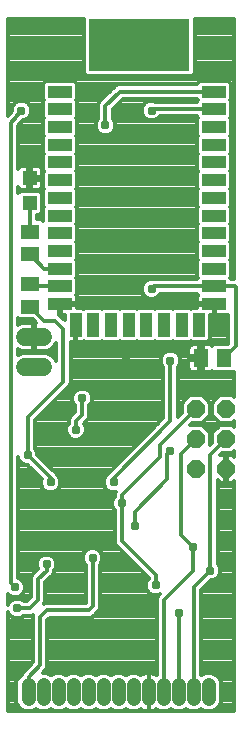
<source format=gbl>
G75*
%MOIN*%
%OFA0B0*%
%FSLAX25Y25*%
%IPPOS*%
%LPD*%
%AMOC8*
5,1,8,0,0,1.08239X$1,22.5*
%
%ADD10R,0.33600X0.17500*%
%ADD11OC8,0.06000*%
%ADD12C,0.04756*%
%ADD13C,0.06000*%
%ADD14R,0.07874X0.03937*%
%ADD15R,0.03937X0.07874*%
%ADD16R,0.05118X0.05906*%
%ADD17R,0.05906X0.05118*%
%ADD18R,0.04724X0.04724*%
%ADD19C,0.01400*%
%ADD20C,0.02900*%
%ADD21C,0.03100*%
D10*
X0065363Y0241730D03*
D11*
X0084350Y0120406D03*
X0084350Y0110406D03*
X0084350Y0100406D03*
X0094350Y0100406D03*
X0094350Y0110406D03*
X0094350Y0120406D03*
D12*
X0088559Y0028471D02*
X0088559Y0023715D01*
X0083559Y0023715D02*
X0083559Y0028471D01*
X0078559Y0028471D02*
X0078559Y0023715D01*
X0073559Y0023715D02*
X0073559Y0028471D01*
X0068559Y0028471D02*
X0068559Y0023715D01*
X0063559Y0023715D02*
X0063559Y0028471D01*
X0058559Y0028471D02*
X0058559Y0023715D01*
X0053559Y0023715D02*
X0053559Y0028471D01*
X0048559Y0028471D02*
X0048559Y0023715D01*
X0043559Y0023715D02*
X0043559Y0028471D01*
X0038559Y0028471D02*
X0038559Y0023715D01*
X0033559Y0023715D02*
X0033559Y0028471D01*
X0028559Y0028471D02*
X0028559Y0023715D01*
D13*
X0027439Y0134479D02*
X0033439Y0134479D01*
X0033439Y0144479D02*
X0027439Y0144479D01*
D14*
X0039042Y0155391D03*
X0039042Y0161297D03*
X0039042Y0167202D03*
X0039042Y0173108D03*
X0039042Y0179013D03*
X0039042Y0184919D03*
X0039042Y0190824D03*
X0039042Y0196730D03*
X0039042Y0202635D03*
X0039042Y0208541D03*
X0039042Y0214446D03*
X0039042Y0220352D03*
X0039042Y0226257D03*
X0090448Y0226257D03*
X0090448Y0220352D03*
X0090448Y0214446D03*
X0090448Y0208541D03*
X0090448Y0202635D03*
X0090448Y0196730D03*
X0090448Y0190824D03*
X0090448Y0184919D03*
X0090448Y0179013D03*
X0090448Y0173108D03*
X0090448Y0167202D03*
X0090448Y0161297D03*
X0090448Y0155391D03*
D15*
X0085448Y0148344D03*
X0079542Y0148344D03*
X0073637Y0148344D03*
X0067731Y0148344D03*
X0061826Y0148344D03*
X0055920Y0148344D03*
X0050015Y0148344D03*
X0044161Y0148344D03*
D16*
X0086054Y0137365D03*
X0093535Y0137365D03*
D17*
X0028979Y0154540D03*
X0028979Y0162020D03*
X0028909Y0172040D03*
X0028909Y0179520D03*
D18*
X0028894Y0189146D03*
X0028894Y0197414D03*
D19*
X0021617Y0052916D02*
X0021617Y0019612D01*
X0096863Y0019612D01*
X0096863Y0096273D01*
X0096296Y0095706D01*
X0094650Y0095706D01*
X0094650Y0100106D01*
X0094049Y0100106D01*
X0094049Y0095706D01*
X0092403Y0095706D01*
X0091494Y0096614D01*
X0091494Y0068776D01*
X0091850Y0068421D01*
X0092344Y0067226D01*
X0092344Y0065934D01*
X0091850Y0064739D01*
X0090935Y0063825D01*
X0089741Y0063330D01*
X0089239Y0063330D01*
X0085959Y0060050D01*
X0085959Y0031838D01*
X0086059Y0031738D01*
X0086249Y0031928D01*
X0087748Y0032549D01*
X0089370Y0032549D01*
X0090869Y0031928D01*
X0092016Y0030781D01*
X0092637Y0029282D01*
X0092637Y0022904D01*
X0092016Y0021405D01*
X0090869Y0020258D01*
X0089370Y0019637D01*
X0087748Y0019637D01*
X0086249Y0020258D01*
X0086059Y0020448D01*
X0085869Y0020258D01*
X0084370Y0019637D01*
X0082748Y0019637D01*
X0081249Y0020258D01*
X0081059Y0020448D01*
X0080869Y0020258D01*
X0079370Y0019637D01*
X0077748Y0019637D01*
X0076249Y0020258D01*
X0076059Y0020448D01*
X0075869Y0020258D01*
X0074370Y0019637D01*
X0072748Y0019637D01*
X0071249Y0020258D01*
X0071034Y0020472D01*
X0070696Y0020227D01*
X0070124Y0019935D01*
X0069514Y0019737D01*
X0068880Y0019637D01*
X0068559Y0019637D01*
X0068559Y0026092D01*
X0068559Y0026092D01*
X0068559Y0019637D01*
X0068238Y0019637D01*
X0067604Y0019737D01*
X0066994Y0019935D01*
X0066422Y0020227D01*
X0066084Y0020472D01*
X0065869Y0020258D01*
X0064370Y0019637D01*
X0062748Y0019637D01*
X0061249Y0020258D01*
X0061059Y0020448D01*
X0060869Y0020258D01*
X0059370Y0019637D01*
X0057748Y0019637D01*
X0056249Y0020258D01*
X0056059Y0020448D01*
X0055869Y0020258D01*
X0054370Y0019637D01*
X0052748Y0019637D01*
X0051249Y0020258D01*
X0051059Y0020448D01*
X0050869Y0020258D01*
X0049370Y0019637D01*
X0047748Y0019637D01*
X0046249Y0020258D01*
X0046059Y0020448D01*
X0045869Y0020258D01*
X0044370Y0019637D01*
X0042748Y0019637D01*
X0041249Y0020258D01*
X0041059Y0020448D01*
X0040869Y0020258D01*
X0039370Y0019637D01*
X0037748Y0019637D01*
X0036249Y0020258D01*
X0036059Y0020448D01*
X0035869Y0020258D01*
X0034370Y0019637D01*
X0032748Y0019637D01*
X0031249Y0020258D01*
X0031059Y0020448D01*
X0030869Y0020258D01*
X0029370Y0019637D01*
X0027748Y0019637D01*
X0026249Y0020258D01*
X0025102Y0021405D01*
X0024481Y0022904D01*
X0024481Y0029282D01*
X0025102Y0030781D01*
X0026241Y0031919D01*
X0026524Y0032604D01*
X0029994Y0036074D01*
X0029994Y0051657D01*
X0030085Y0051875D01*
X0029372Y0051580D01*
X0026891Y0051580D01*
X0026535Y0051225D01*
X0025341Y0050730D01*
X0024048Y0050730D01*
X0022853Y0051225D01*
X0021939Y0052139D01*
X0021617Y0052916D01*
X0021617Y0052671D02*
X0021719Y0052671D01*
X0021617Y0051273D02*
X0022805Y0051273D01*
X0021617Y0049874D02*
X0029994Y0049874D01*
X0029994Y0048476D02*
X0021617Y0048476D01*
X0021617Y0047077D02*
X0029994Y0047077D01*
X0029994Y0045679D02*
X0021617Y0045679D01*
X0021617Y0044280D02*
X0029994Y0044280D01*
X0029994Y0042882D02*
X0021617Y0042882D01*
X0021617Y0041483D02*
X0029994Y0041483D01*
X0029994Y0040085D02*
X0021617Y0040085D01*
X0021617Y0038686D02*
X0029994Y0038686D01*
X0029994Y0037288D02*
X0021617Y0037288D01*
X0021617Y0035889D02*
X0029809Y0035889D01*
X0028411Y0034491D02*
X0021617Y0034491D01*
X0021617Y0033092D02*
X0027012Y0033092D01*
X0026015Y0031694D02*
X0021617Y0031694D01*
X0021617Y0030295D02*
X0024901Y0030295D01*
X0024481Y0028897D02*
X0021617Y0028897D01*
X0021617Y0027498D02*
X0024481Y0027498D01*
X0024481Y0026100D02*
X0021617Y0026100D01*
X0021617Y0024701D02*
X0024481Y0024701D01*
X0024481Y0023303D02*
X0021617Y0023303D01*
X0021617Y0021904D02*
X0024895Y0021904D01*
X0026001Y0020506D02*
X0021617Y0020506D01*
X0028559Y0026093D02*
X0028559Y0031245D01*
X0032394Y0035080D01*
X0032394Y0051180D01*
X0034494Y0053280D01*
X0048494Y0053280D01*
X0049894Y0054680D01*
X0049894Y0070780D01*
X0051461Y0073649D02*
X0059031Y0073649D01*
X0058335Y0074345D02*
X0068494Y0064186D01*
X0068494Y0063876D01*
X0068139Y0063521D01*
X0067644Y0062326D01*
X0067644Y0061034D01*
X0068139Y0059839D01*
X0069053Y0058925D01*
X0070248Y0058430D01*
X0071541Y0058430D01*
X0072240Y0058720D01*
X0071524Y0058004D01*
X0071159Y0057122D01*
X0071159Y0031838D01*
X0071034Y0031713D01*
X0070696Y0031958D01*
X0070124Y0032250D01*
X0069514Y0032448D01*
X0068880Y0032549D01*
X0068559Y0032549D01*
X0068559Y0026093D01*
X0068559Y0026093D01*
X0068559Y0032549D01*
X0068238Y0032549D01*
X0067604Y0032448D01*
X0066994Y0032250D01*
X0066422Y0031958D01*
X0066084Y0031713D01*
X0065869Y0031928D01*
X0064370Y0032549D01*
X0062748Y0032549D01*
X0061249Y0031928D01*
X0061059Y0031738D01*
X0060869Y0031928D01*
X0059370Y0032549D01*
X0057748Y0032549D01*
X0056249Y0031928D01*
X0056059Y0031738D01*
X0055869Y0031928D01*
X0054370Y0032549D01*
X0052748Y0032549D01*
X0051249Y0031928D01*
X0051059Y0031738D01*
X0050869Y0031928D01*
X0049370Y0032549D01*
X0047748Y0032549D01*
X0046249Y0031928D01*
X0046059Y0031738D01*
X0045869Y0031928D01*
X0044370Y0032549D01*
X0042748Y0032549D01*
X0041249Y0031928D01*
X0041059Y0031738D01*
X0040869Y0031928D01*
X0039370Y0032549D01*
X0037748Y0032549D01*
X0036249Y0031928D01*
X0036059Y0031738D01*
X0035869Y0031928D01*
X0034370Y0032549D01*
X0033257Y0032549D01*
X0033754Y0033045D01*
X0034429Y0033721D01*
X0034794Y0034603D01*
X0034794Y0050186D01*
X0035489Y0050880D01*
X0048972Y0050880D01*
X0049854Y0051245D01*
X0050529Y0051921D01*
X0051929Y0053321D01*
X0052294Y0054203D01*
X0052294Y0068584D01*
X0052650Y0068939D01*
X0053144Y0070134D01*
X0053144Y0071426D01*
X0052650Y0072621D01*
X0051735Y0073535D01*
X0050541Y0074030D01*
X0049248Y0074030D01*
X0048053Y0073535D01*
X0047139Y0072621D01*
X0046644Y0071426D01*
X0046644Y0070134D01*
X0047139Y0068939D01*
X0047494Y0068584D01*
X0047494Y0055680D01*
X0034017Y0055680D01*
X0033799Y0055590D01*
X0034094Y0056303D01*
X0034094Y0062786D01*
X0036529Y0065221D01*
X0036894Y0066103D01*
X0036894Y0066484D01*
X0037250Y0066839D01*
X0037744Y0068034D01*
X0037744Y0069326D01*
X0037250Y0070521D01*
X0036335Y0071435D01*
X0035141Y0071930D01*
X0033848Y0071930D01*
X0032653Y0071435D01*
X0031739Y0070521D01*
X0031244Y0069326D01*
X0031244Y0068034D01*
X0031628Y0067108D01*
X0030335Y0065815D01*
X0029660Y0065140D01*
X0029294Y0064257D01*
X0029294Y0057774D01*
X0027900Y0056380D01*
X0026891Y0056380D01*
X0026535Y0056735D01*
X0025341Y0057230D01*
X0024048Y0057230D01*
X0022853Y0056735D01*
X0021939Y0055821D01*
X0021617Y0055044D01*
X0021617Y0058761D01*
X0022153Y0058225D01*
X0023348Y0057730D01*
X0024641Y0057730D01*
X0025835Y0058225D01*
X0026750Y0059139D01*
X0027244Y0060334D01*
X0027244Y0061626D01*
X0026750Y0062821D01*
X0025835Y0063735D01*
X0024994Y0064084D01*
X0024994Y0104313D01*
X0025439Y0103239D01*
X0026353Y0102325D01*
X0027548Y0101830D01*
X0028050Y0101830D01*
X0032823Y0097057D01*
X0032644Y0096626D01*
X0032644Y0095334D01*
X0033139Y0094139D01*
X0034053Y0093225D01*
X0035248Y0092730D01*
X0036541Y0092730D01*
X0037735Y0093225D01*
X0038650Y0094139D01*
X0039144Y0095334D01*
X0039144Y0096626D01*
X0038650Y0097821D01*
X0038069Y0098402D01*
X0037929Y0098740D01*
X0031444Y0105224D01*
X0031444Y0105726D01*
X0030950Y0106921D01*
X0030594Y0107276D01*
X0030594Y0116686D01*
X0041454Y0127545D01*
X0042129Y0128221D01*
X0042494Y0129103D01*
X0042494Y0142707D01*
X0043876Y0142707D01*
X0043876Y0148059D01*
X0044445Y0148059D01*
X0044445Y0142707D01*
X0046353Y0142707D01*
X0046785Y0142823D01*
X0047065Y0142984D01*
X0047342Y0142707D01*
X0052688Y0142707D01*
X0052968Y0142987D01*
X0053248Y0142707D01*
X0058593Y0142707D01*
X0058873Y0142987D01*
X0059153Y0142707D01*
X0064499Y0142707D01*
X0064779Y0142987D01*
X0065059Y0142707D01*
X0070404Y0142707D01*
X0070684Y0142987D01*
X0070964Y0142707D01*
X0076310Y0142707D01*
X0076590Y0142987D01*
X0076870Y0142707D01*
X0082215Y0142707D01*
X0082495Y0142987D01*
X0082775Y0142707D01*
X0088121Y0142707D01*
X0089116Y0143703D01*
X0089116Y0151723D01*
X0090164Y0151723D01*
X0090164Y0155107D01*
X0090732Y0155107D01*
X0090732Y0151723D01*
X0094609Y0151723D01*
X0095041Y0151838D01*
X0095094Y0151869D01*
X0095094Y0142319D01*
X0094793Y0142018D01*
X0090271Y0142018D01*
X0089794Y0141541D01*
X0089657Y0141678D01*
X0089269Y0141902D01*
X0088837Y0142018D01*
X0086634Y0142018D01*
X0086634Y0137945D01*
X0085475Y0137945D01*
X0085475Y0142018D01*
X0083271Y0142018D01*
X0082839Y0141902D01*
X0082451Y0141678D01*
X0082135Y0141362D01*
X0081911Y0140974D01*
X0081795Y0140542D01*
X0081795Y0137945D01*
X0085475Y0137945D01*
X0085475Y0136786D01*
X0081795Y0136786D01*
X0081795Y0134188D01*
X0081911Y0133756D01*
X0082135Y0133368D01*
X0082451Y0133052D01*
X0082839Y0132828D01*
X0083271Y0132712D01*
X0085475Y0132712D01*
X0085475Y0136785D01*
X0086634Y0136785D01*
X0086634Y0132712D01*
X0088837Y0132712D01*
X0089269Y0132828D01*
X0089657Y0133052D01*
X0089794Y0133189D01*
X0090271Y0132712D01*
X0096798Y0132712D01*
X0096863Y0132777D01*
X0096863Y0124539D01*
X0096296Y0125106D01*
X0092403Y0125106D01*
X0089650Y0122353D01*
X0089650Y0118459D01*
X0092403Y0115706D01*
X0096296Y0115706D01*
X0096863Y0116273D01*
X0096863Y0114539D01*
X0096296Y0115106D01*
X0092403Y0115106D01*
X0089650Y0112353D01*
X0089650Y0109100D01*
X0089050Y0108500D01*
X0089050Y0112353D01*
X0086296Y0115106D01*
X0082444Y0115106D01*
X0083044Y0115706D01*
X0086296Y0115706D01*
X0089050Y0118459D01*
X0089050Y0122353D01*
X0086296Y0125106D01*
X0082403Y0125106D01*
X0079650Y0122353D01*
X0079650Y0119100D01*
X0078194Y0117645D01*
X0078194Y0134384D01*
X0078550Y0134739D01*
X0079044Y0135934D01*
X0079044Y0137226D01*
X0078550Y0138421D01*
X0077635Y0139335D01*
X0076441Y0139830D01*
X0075148Y0139830D01*
X0073953Y0139335D01*
X0073039Y0138421D01*
X0072544Y0137226D01*
X0072544Y0135934D01*
X0073039Y0134739D01*
X0073394Y0134384D01*
X0073394Y0117274D01*
X0054860Y0098740D01*
X0054720Y0098402D01*
X0054139Y0097821D01*
X0053644Y0096626D01*
X0053644Y0095334D01*
X0054139Y0094139D01*
X0055053Y0093225D01*
X0056248Y0092730D01*
X0057490Y0092730D01*
X0057294Y0092257D01*
X0057294Y0091176D01*
X0056939Y0090821D01*
X0056444Y0089626D01*
X0056444Y0088334D01*
X0056939Y0087139D01*
X0057294Y0086784D01*
X0057294Y0075903D01*
X0057660Y0075021D01*
X0058335Y0074345D01*
X0058335Y0074345D01*
X0057649Y0075048D02*
X0024994Y0075048D01*
X0024994Y0076446D02*
X0057294Y0076446D01*
X0057294Y0077845D02*
X0024994Y0077845D01*
X0024994Y0079243D02*
X0057294Y0079243D01*
X0057294Y0080642D02*
X0024994Y0080642D01*
X0024994Y0082040D02*
X0057294Y0082040D01*
X0057294Y0083439D02*
X0024994Y0083439D01*
X0024994Y0084837D02*
X0057294Y0084837D01*
X0057294Y0086236D02*
X0024994Y0086236D01*
X0024994Y0087634D02*
X0056734Y0087634D01*
X0056444Y0089033D02*
X0024994Y0089033D01*
X0024994Y0090431D02*
X0056778Y0090431D01*
X0057294Y0091830D02*
X0024994Y0091830D01*
X0024994Y0093228D02*
X0034050Y0093228D01*
X0032937Y0094627D02*
X0024994Y0094627D01*
X0024994Y0096025D02*
X0032644Y0096025D01*
X0032457Y0097424D02*
X0024994Y0097424D01*
X0024994Y0098822D02*
X0031058Y0098822D01*
X0029660Y0100221D02*
X0024994Y0100221D01*
X0024994Y0101619D02*
X0028261Y0101619D01*
X0025660Y0103018D02*
X0024994Y0103018D01*
X0028194Y0105080D02*
X0028194Y0117680D01*
X0040094Y0129580D01*
X0040094Y0147080D01*
X0037294Y0149880D01*
X0033639Y0149880D01*
X0028979Y0154540D01*
X0029844Y0150281D02*
X0030946Y0149179D01*
X0030739Y0149179D01*
X0030739Y0144779D01*
X0030139Y0144779D01*
X0030139Y0149179D01*
X0027069Y0149179D01*
X0026339Y0149063D01*
X0025635Y0148835D01*
X0024994Y0148508D01*
X0024994Y0150609D01*
X0025323Y0150281D01*
X0029844Y0150281D01*
X0030139Y0149169D02*
X0030739Y0149169D01*
X0030739Y0147770D02*
X0030139Y0147770D01*
X0030139Y0146372D02*
X0030739Y0146372D01*
X0030739Y0144973D02*
X0030139Y0144973D01*
X0030139Y0144179D02*
X0030739Y0144179D01*
X0030739Y0139779D01*
X0033809Y0139779D01*
X0034540Y0139895D01*
X0035243Y0140124D01*
X0035903Y0140459D01*
X0036501Y0140894D01*
X0037024Y0141417D01*
X0037459Y0142016D01*
X0037694Y0142478D01*
X0037694Y0136488D01*
X0037424Y0137142D01*
X0036102Y0138464D01*
X0034374Y0139179D01*
X0026504Y0139179D01*
X0024994Y0138554D01*
X0024994Y0140450D01*
X0025635Y0140124D01*
X0026339Y0139895D01*
X0027069Y0139779D01*
X0030139Y0139779D01*
X0030139Y0144179D01*
X0030139Y0143575D02*
X0030739Y0143575D01*
X0030739Y0142176D02*
X0030139Y0142176D01*
X0030139Y0140778D02*
X0030739Y0140778D01*
X0027002Y0149169D02*
X0024994Y0149169D01*
X0024994Y0150567D02*
X0025036Y0150567D01*
X0024994Y0139379D02*
X0037694Y0139379D01*
X0037694Y0137981D02*
X0036585Y0137981D01*
X0037656Y0136582D02*
X0037694Y0136582D01*
X0037694Y0140778D02*
X0036340Y0140778D01*
X0037541Y0142176D02*
X0037694Y0142176D01*
X0040492Y0150076D02*
X0039329Y0151240D01*
X0038758Y0151810D01*
X0038758Y0155107D01*
X0039327Y0155107D01*
X0039327Y0155675D01*
X0044679Y0155675D01*
X0044679Y0157583D01*
X0044564Y0158016D01*
X0044383Y0158328D01*
X0044679Y0158624D01*
X0044679Y0163969D01*
X0044399Y0164249D01*
X0044679Y0164529D01*
X0044679Y0169875D01*
X0044399Y0170155D01*
X0044679Y0170435D01*
X0044679Y0175780D01*
X0044399Y0176060D01*
X0044679Y0176340D01*
X0044679Y0181686D01*
X0044399Y0181966D01*
X0044679Y0182246D01*
X0044679Y0187591D01*
X0044399Y0187871D01*
X0044679Y0188151D01*
X0044679Y0193497D01*
X0044399Y0193777D01*
X0044679Y0194057D01*
X0044679Y0199402D01*
X0044399Y0199682D01*
X0044679Y0199962D01*
X0044679Y0205308D01*
X0044399Y0205588D01*
X0044679Y0205868D01*
X0044679Y0211213D01*
X0044399Y0211493D01*
X0044679Y0211773D01*
X0044679Y0217119D01*
X0044399Y0217399D01*
X0044679Y0217679D01*
X0044679Y0223024D01*
X0044399Y0223304D01*
X0044679Y0223585D01*
X0044679Y0228930D01*
X0043684Y0229926D01*
X0034401Y0229926D01*
X0033405Y0228930D01*
X0033405Y0223585D01*
X0033686Y0223304D01*
X0033405Y0223024D01*
X0033405Y0217679D01*
X0033686Y0217399D01*
X0033405Y0217119D01*
X0033405Y0211773D01*
X0033686Y0211493D01*
X0033405Y0211213D01*
X0033405Y0205868D01*
X0033686Y0205588D01*
X0033405Y0205308D01*
X0033405Y0199962D01*
X0033686Y0199682D01*
X0033405Y0199402D01*
X0033405Y0194057D01*
X0033686Y0193777D01*
X0033405Y0193497D01*
X0033405Y0188151D01*
X0033686Y0187871D01*
X0033405Y0187591D01*
X0033405Y0182940D01*
X0032566Y0183779D01*
X0031309Y0183779D01*
X0031309Y0185084D01*
X0031961Y0185084D01*
X0032957Y0186080D01*
X0032957Y0192213D01*
X0031961Y0193208D01*
X0025828Y0193208D01*
X0024994Y0192375D01*
X0024994Y0194315D01*
X0025172Y0194008D01*
X0025488Y0193691D01*
X0025876Y0193468D01*
X0026308Y0193352D01*
X0028413Y0193352D01*
X0028413Y0196933D01*
X0029376Y0196933D01*
X0029376Y0197895D01*
X0032957Y0197895D01*
X0032957Y0200000D01*
X0032841Y0200432D01*
X0032617Y0200820D01*
X0032300Y0201136D01*
X0031913Y0201360D01*
X0031480Y0201476D01*
X0029376Y0201476D01*
X0029376Y0197895D01*
X0028413Y0197895D01*
X0028413Y0201476D01*
X0026308Y0201476D01*
X0025876Y0201360D01*
X0025488Y0201136D01*
X0025172Y0200820D01*
X0024994Y0200513D01*
X0024994Y0214811D01*
X0026510Y0216630D01*
X0026741Y0216630D01*
X0027935Y0217125D01*
X0028850Y0218039D01*
X0029344Y0219234D01*
X0029344Y0220526D01*
X0028850Y0221721D01*
X0027935Y0222635D01*
X0026741Y0223130D01*
X0025448Y0223130D01*
X0024253Y0222635D01*
X0023339Y0221721D01*
X0022844Y0220526D01*
X0022844Y0219729D01*
X0021617Y0218256D01*
X0021617Y0250369D01*
X0046863Y0250369D01*
X0046863Y0232276D01*
X0047859Y0231280D01*
X0082867Y0231280D01*
X0083863Y0232276D01*
X0083863Y0250369D01*
X0096863Y0250369D01*
X0096863Y0163697D01*
X0096085Y0163697D01*
X0096085Y0163969D01*
X0095805Y0164249D01*
X0096085Y0164529D01*
X0096085Y0169875D01*
X0095805Y0170155D01*
X0096085Y0170435D01*
X0096085Y0175780D01*
X0095805Y0176060D01*
X0096085Y0176340D01*
X0096085Y0181686D01*
X0095805Y0181966D01*
X0096085Y0182246D01*
X0096085Y0187591D01*
X0095805Y0187871D01*
X0096085Y0188151D01*
X0096085Y0193497D01*
X0095805Y0193777D01*
X0096085Y0194057D01*
X0096085Y0199402D01*
X0095805Y0199682D01*
X0096085Y0199962D01*
X0096085Y0205308D01*
X0095805Y0205588D01*
X0096085Y0205868D01*
X0096085Y0211213D01*
X0095805Y0211493D01*
X0096085Y0211773D01*
X0096085Y0217119D01*
X0095805Y0217399D01*
X0096085Y0217679D01*
X0096085Y0223024D01*
X0095805Y0223304D01*
X0096085Y0223585D01*
X0096085Y0228930D01*
X0095089Y0229926D01*
X0085807Y0229926D01*
X0084811Y0228930D01*
X0084811Y0228657D01*
X0058594Y0228657D01*
X0057712Y0228292D01*
X0052060Y0222640D01*
X0051694Y0221757D01*
X0051694Y0217176D01*
X0051339Y0216821D01*
X0050844Y0215626D01*
X0050844Y0214334D01*
X0051339Y0213139D01*
X0052253Y0212225D01*
X0053448Y0211730D01*
X0054741Y0211730D01*
X0055935Y0212225D01*
X0056850Y0213139D01*
X0057344Y0214334D01*
X0057344Y0215626D01*
X0056850Y0216821D01*
X0056494Y0217176D01*
X0056494Y0220286D01*
X0060066Y0223857D01*
X0084811Y0223857D01*
X0084811Y0223585D01*
X0085091Y0223304D01*
X0084811Y0223024D01*
X0084811Y0222752D01*
X0071054Y0222752D01*
X0070141Y0223130D01*
X0068848Y0223130D01*
X0067653Y0222635D01*
X0066739Y0221721D01*
X0066244Y0220526D01*
X0066244Y0219234D01*
X0066739Y0218039D01*
X0067653Y0217125D01*
X0068848Y0216630D01*
X0070141Y0216630D01*
X0071335Y0217125D01*
X0072162Y0217952D01*
X0084811Y0217952D01*
X0084811Y0217679D01*
X0085091Y0217399D01*
X0084811Y0217119D01*
X0084811Y0211773D01*
X0085091Y0211493D01*
X0084811Y0211213D01*
X0084811Y0205868D01*
X0085091Y0205588D01*
X0084811Y0205308D01*
X0084811Y0199962D01*
X0085091Y0199682D01*
X0084811Y0199402D01*
X0084811Y0194057D01*
X0085091Y0193777D01*
X0084811Y0193497D01*
X0084811Y0188151D01*
X0085091Y0187871D01*
X0084811Y0187591D01*
X0084811Y0182246D01*
X0085091Y0181966D01*
X0084811Y0181686D01*
X0084811Y0176340D01*
X0085091Y0176060D01*
X0084811Y0175780D01*
X0084811Y0170435D01*
X0085091Y0170155D01*
X0084811Y0169875D01*
X0084811Y0164529D01*
X0085091Y0164249D01*
X0084811Y0163969D01*
X0084811Y0163697D01*
X0069934Y0163697D01*
X0069773Y0163630D01*
X0068848Y0163630D01*
X0067653Y0163135D01*
X0066739Y0162221D01*
X0066244Y0161026D01*
X0066244Y0159734D01*
X0066739Y0158539D01*
X0067653Y0157625D01*
X0068848Y0157130D01*
X0070141Y0157130D01*
X0071335Y0157625D01*
X0072250Y0158539D01*
X0072398Y0158897D01*
X0084811Y0158897D01*
X0084811Y0158624D01*
X0085107Y0158328D01*
X0084927Y0158016D01*
X0084811Y0157583D01*
X0084811Y0155675D01*
X0090164Y0155675D01*
X0090164Y0155107D01*
X0084811Y0155107D01*
X0084811Y0153981D01*
X0082775Y0153981D01*
X0082495Y0153701D01*
X0082215Y0153981D01*
X0076870Y0153981D01*
X0076590Y0153701D01*
X0076310Y0153981D01*
X0070964Y0153981D01*
X0070684Y0153701D01*
X0070404Y0153981D01*
X0065059Y0153981D01*
X0064779Y0153701D01*
X0064499Y0153981D01*
X0059153Y0153981D01*
X0058873Y0153701D01*
X0058593Y0153981D01*
X0053248Y0153981D01*
X0052968Y0153701D01*
X0052688Y0153981D01*
X0047342Y0153981D01*
X0047065Y0153703D01*
X0046785Y0153865D01*
X0046353Y0153981D01*
X0044679Y0153981D01*
X0044679Y0155107D01*
X0039327Y0155107D01*
X0039327Y0151723D01*
X0040492Y0151723D01*
X0040492Y0150076D01*
X0040492Y0150567D02*
X0040001Y0150567D01*
X0039327Y0151966D02*
X0038758Y0151966D01*
X0038758Y0153364D02*
X0039327Y0153364D01*
X0039327Y0154763D02*
X0038758Y0154763D01*
X0039042Y0161297D02*
X0029703Y0161297D01*
X0028979Y0162020D01*
X0033747Y0167202D02*
X0028909Y0172040D01*
X0028909Y0179520D02*
X0028909Y0189131D01*
X0028894Y0189146D01*
X0029376Y0193352D02*
X0031480Y0193352D01*
X0031913Y0193468D01*
X0032300Y0193691D01*
X0032617Y0194008D01*
X0032841Y0194395D01*
X0032957Y0194828D01*
X0032957Y0196933D01*
X0029376Y0196933D01*
X0029376Y0193352D01*
X0029376Y0193921D02*
X0028413Y0193921D01*
X0028413Y0195319D02*
X0029376Y0195319D01*
X0029376Y0196718D02*
X0028413Y0196718D01*
X0028413Y0198116D02*
X0029376Y0198116D01*
X0029376Y0199515D02*
X0028413Y0199515D01*
X0028413Y0200914D02*
X0029376Y0200914D01*
X0032523Y0200914D02*
X0033405Y0200914D01*
X0033405Y0202312D02*
X0024994Y0202312D01*
X0024994Y0200914D02*
X0025265Y0200914D01*
X0024994Y0203711D02*
X0033405Y0203711D01*
X0033405Y0205109D02*
X0024994Y0205109D01*
X0024994Y0206508D02*
X0033405Y0206508D01*
X0033405Y0207906D02*
X0024994Y0207906D01*
X0024994Y0209305D02*
X0033405Y0209305D01*
X0033405Y0210703D02*
X0024994Y0210703D01*
X0024994Y0212102D02*
X0033405Y0212102D01*
X0033405Y0213500D02*
X0024994Y0213500D01*
X0025067Y0214899D02*
X0033405Y0214899D01*
X0033405Y0216297D02*
X0026233Y0216297D01*
X0026094Y0219880D02*
X0022594Y0215680D01*
X0022594Y0062380D01*
X0023994Y0060980D01*
X0022113Y0058265D02*
X0021617Y0058265D01*
X0021617Y0056867D02*
X0023171Y0056867D01*
X0021793Y0055468D02*
X0021617Y0055468D01*
X0024694Y0053980D02*
X0028894Y0053980D01*
X0031694Y0056780D01*
X0031694Y0063780D01*
X0034494Y0066580D01*
X0034494Y0068680D01*
X0032070Y0070852D02*
X0024994Y0070852D01*
X0024994Y0072250D02*
X0046986Y0072250D01*
X0046644Y0070852D02*
X0036919Y0070852D01*
X0037692Y0069453D02*
X0046926Y0069453D01*
X0047494Y0068055D02*
X0037744Y0068055D01*
X0037067Y0066656D02*
X0047494Y0066656D01*
X0047494Y0065258D02*
X0036545Y0065258D01*
X0035168Y0063859D02*
X0047494Y0063859D01*
X0047494Y0062461D02*
X0034094Y0062461D01*
X0034094Y0061062D02*
X0047494Y0061062D01*
X0047494Y0059664D02*
X0034094Y0059664D01*
X0034094Y0058265D02*
X0047494Y0058265D01*
X0047494Y0056867D02*
X0034094Y0056867D01*
X0029994Y0051273D02*
X0026583Y0051273D01*
X0026218Y0056867D02*
X0028387Y0056867D01*
X0029294Y0058265D02*
X0025876Y0058265D01*
X0026967Y0059664D02*
X0029294Y0059664D01*
X0029294Y0061062D02*
X0027244Y0061062D01*
X0026899Y0062461D02*
X0029294Y0062461D01*
X0029294Y0063859D02*
X0025536Y0063859D01*
X0024994Y0065258D02*
X0029778Y0065258D01*
X0031177Y0066656D02*
X0024994Y0066656D01*
X0024994Y0068055D02*
X0031244Y0068055D01*
X0031297Y0069453D02*
X0024994Y0069453D01*
X0024994Y0073649D02*
X0048328Y0073649D01*
X0052803Y0072250D02*
X0060430Y0072250D01*
X0061828Y0070852D02*
X0053144Y0070852D01*
X0052863Y0069453D02*
X0063227Y0069453D01*
X0064625Y0068055D02*
X0052294Y0068055D01*
X0052294Y0066656D02*
X0066024Y0066656D01*
X0067422Y0065258D02*
X0052294Y0065258D01*
X0052294Y0063859D02*
X0068478Y0063859D01*
X0067700Y0062461D02*
X0052294Y0062461D01*
X0052294Y0061062D02*
X0067644Y0061062D01*
X0068314Y0059664D02*
X0052294Y0059664D01*
X0052294Y0058265D02*
X0071786Y0058265D01*
X0071159Y0056867D02*
X0052294Y0056867D01*
X0052294Y0055468D02*
X0071159Y0055468D01*
X0071159Y0054070D02*
X0052239Y0054070D01*
X0051280Y0052671D02*
X0071159Y0052671D01*
X0071159Y0051273D02*
X0049881Y0051273D01*
X0070894Y0065180D02*
X0059694Y0076380D01*
X0059694Y0088980D01*
X0059694Y0091780D01*
X0072294Y0104380D01*
X0072294Y0108351D01*
X0084350Y0120406D01*
X0082942Y0115604D02*
X0096863Y0115604D01*
X0094350Y0110406D02*
X0089094Y0105151D01*
X0089094Y0066580D01*
X0083559Y0061045D01*
X0083559Y0026093D01*
X0085959Y0033092D02*
X0096863Y0033092D01*
X0096863Y0031694D02*
X0091103Y0031694D01*
X0092217Y0030295D02*
X0096863Y0030295D01*
X0096863Y0028897D02*
X0092637Y0028897D01*
X0092637Y0027498D02*
X0096863Y0027498D01*
X0096863Y0026100D02*
X0092637Y0026100D01*
X0092637Y0024701D02*
X0096863Y0024701D01*
X0096863Y0023303D02*
X0092637Y0023303D01*
X0092223Y0021904D02*
X0096863Y0021904D01*
X0096863Y0020506D02*
X0091117Y0020506D01*
X0085959Y0034491D02*
X0096863Y0034491D01*
X0096863Y0035889D02*
X0085959Y0035889D01*
X0085959Y0037288D02*
X0096863Y0037288D01*
X0096863Y0038686D02*
X0085959Y0038686D01*
X0085959Y0040085D02*
X0096863Y0040085D01*
X0096863Y0041483D02*
X0085959Y0041483D01*
X0085959Y0042882D02*
X0096863Y0042882D01*
X0096863Y0044280D02*
X0085959Y0044280D01*
X0085959Y0045679D02*
X0096863Y0045679D01*
X0096863Y0047077D02*
X0085959Y0047077D01*
X0085959Y0048476D02*
X0096863Y0048476D01*
X0096863Y0049874D02*
X0085959Y0049874D01*
X0085959Y0051273D02*
X0096863Y0051273D01*
X0096863Y0052671D02*
X0085959Y0052671D01*
X0085959Y0054070D02*
X0096863Y0054070D01*
X0096863Y0055468D02*
X0085959Y0055468D01*
X0085959Y0056867D02*
X0096863Y0056867D01*
X0096863Y0058265D02*
X0085959Y0058265D01*
X0085959Y0059664D02*
X0096863Y0059664D01*
X0096863Y0061062D02*
X0086971Y0061062D01*
X0088369Y0062461D02*
X0096863Y0062461D01*
X0096863Y0063859D02*
X0090970Y0063859D01*
X0092065Y0065258D02*
X0096863Y0065258D01*
X0096863Y0066656D02*
X0092344Y0066656D01*
X0092001Y0068055D02*
X0096863Y0068055D01*
X0096863Y0069453D02*
X0091494Y0069453D01*
X0091494Y0070852D02*
X0096863Y0070852D01*
X0096863Y0072250D02*
X0091494Y0072250D01*
X0091494Y0073649D02*
X0096863Y0073649D01*
X0096863Y0075048D02*
X0091494Y0075048D01*
X0091494Y0076446D02*
X0096863Y0076446D01*
X0096863Y0077845D02*
X0091494Y0077845D01*
X0091494Y0079243D02*
X0096863Y0079243D01*
X0096863Y0080642D02*
X0091494Y0080642D01*
X0091494Y0082040D02*
X0096863Y0082040D01*
X0096863Y0083439D02*
X0091494Y0083439D01*
X0091494Y0084837D02*
X0096863Y0084837D01*
X0096863Y0086236D02*
X0091494Y0086236D01*
X0091494Y0087634D02*
X0096863Y0087634D01*
X0096863Y0089033D02*
X0091494Y0089033D01*
X0091494Y0090431D02*
X0096863Y0090431D01*
X0096863Y0091830D02*
X0091494Y0091830D01*
X0091494Y0093228D02*
X0096863Y0093228D01*
X0096863Y0094627D02*
X0091494Y0094627D01*
X0091494Y0096025D02*
X0092084Y0096025D01*
X0094049Y0096025D02*
X0094650Y0096025D01*
X0094650Y0097424D02*
X0094049Y0097424D01*
X0094049Y0098822D02*
X0094650Y0098822D01*
X0094650Y0100706D02*
X0094049Y0100706D01*
X0094049Y0105106D01*
X0092444Y0105106D01*
X0093044Y0105706D01*
X0096296Y0105706D01*
X0096863Y0106273D01*
X0096863Y0104539D01*
X0096296Y0105106D01*
X0094650Y0105106D01*
X0094650Y0100706D01*
X0094650Y0101619D02*
X0094049Y0101619D01*
X0094049Y0103018D02*
X0094650Y0103018D01*
X0094650Y0104416D02*
X0094049Y0104416D01*
X0096405Y0105815D02*
X0096863Y0105815D01*
X0096863Y0096025D02*
X0096615Y0096025D01*
X0089650Y0110010D02*
X0089050Y0110010D01*
X0089050Y0108612D02*
X0089161Y0108612D01*
X0089050Y0111409D02*
X0089650Y0111409D01*
X0090104Y0112807D02*
X0088595Y0112807D01*
X0087593Y0117003D02*
X0091106Y0117003D01*
X0089707Y0118401D02*
X0088992Y0118401D01*
X0089050Y0119800D02*
X0089650Y0119800D01*
X0089650Y0121198D02*
X0089050Y0121198D01*
X0088805Y0122597D02*
X0089894Y0122597D01*
X0091292Y0123995D02*
X0087407Y0123995D01*
X0087196Y0114206D02*
X0091503Y0114206D01*
X0096863Y0125394D02*
X0078194Y0125394D01*
X0078194Y0126792D02*
X0096863Y0126792D01*
X0096863Y0128191D02*
X0078194Y0128191D01*
X0078194Y0129589D02*
X0096863Y0129589D01*
X0096863Y0130988D02*
X0078194Y0130988D01*
X0078194Y0132386D02*
X0096863Y0132386D01*
X0093535Y0137365D02*
X0097494Y0141325D01*
X0097494Y0161080D01*
X0097278Y0161297D01*
X0090448Y0161297D01*
X0070411Y0161297D01*
X0069494Y0160380D01*
X0067811Y0157560D02*
X0044679Y0157560D01*
X0044679Y0158958D02*
X0066566Y0158958D01*
X0066244Y0160357D02*
X0044679Y0160357D01*
X0044679Y0161755D02*
X0066546Y0161755D01*
X0067698Y0163154D02*
X0044679Y0163154D01*
X0044679Y0164552D02*
X0084811Y0164552D01*
X0084811Y0165951D02*
X0044679Y0165951D01*
X0044679Y0167349D02*
X0084811Y0167349D01*
X0084811Y0168748D02*
X0044679Y0168748D01*
X0044408Y0170146D02*
X0085082Y0170146D01*
X0084811Y0171545D02*
X0044679Y0171545D01*
X0044679Y0172943D02*
X0084811Y0172943D01*
X0084811Y0174342D02*
X0044679Y0174342D01*
X0044679Y0175740D02*
X0084811Y0175740D01*
X0084811Y0177139D02*
X0044679Y0177139D01*
X0044679Y0178537D02*
X0084811Y0178537D01*
X0084811Y0179936D02*
X0044679Y0179936D01*
X0044679Y0181334D02*
X0084811Y0181334D01*
X0084811Y0182733D02*
X0044679Y0182733D01*
X0044679Y0184131D02*
X0084811Y0184131D01*
X0084811Y0185530D02*
X0044679Y0185530D01*
X0044679Y0186928D02*
X0084811Y0186928D01*
X0084811Y0188327D02*
X0044679Y0188327D01*
X0044679Y0189725D02*
X0084811Y0189725D01*
X0084811Y0191124D02*
X0044679Y0191124D01*
X0044679Y0192522D02*
X0084811Y0192522D01*
X0084947Y0193921D02*
X0044543Y0193921D01*
X0044679Y0195319D02*
X0084811Y0195319D01*
X0084811Y0196718D02*
X0044679Y0196718D01*
X0044679Y0198116D02*
X0084811Y0198116D01*
X0084924Y0199515D02*
X0044567Y0199515D01*
X0044679Y0200914D02*
X0084811Y0200914D01*
X0084811Y0202312D02*
X0044679Y0202312D01*
X0044679Y0203711D02*
X0084811Y0203711D01*
X0084811Y0205109D02*
X0044679Y0205109D01*
X0044679Y0206508D02*
X0084811Y0206508D01*
X0084811Y0207906D02*
X0044679Y0207906D01*
X0044679Y0209305D02*
X0084811Y0209305D01*
X0084811Y0210703D02*
X0044679Y0210703D01*
X0044679Y0212102D02*
X0052551Y0212102D01*
X0051190Y0213500D02*
X0044679Y0213500D01*
X0044679Y0214899D02*
X0050844Y0214899D01*
X0051122Y0216297D02*
X0044679Y0216297D01*
X0044679Y0217696D02*
X0051694Y0217696D01*
X0051694Y0219094D02*
X0044679Y0219094D01*
X0044679Y0220493D02*
X0051694Y0220493D01*
X0051750Y0221891D02*
X0044679Y0221891D01*
X0044414Y0223290D02*
X0052710Y0223290D01*
X0054108Y0224688D02*
X0044679Y0224688D01*
X0044679Y0226087D02*
X0055507Y0226087D01*
X0056906Y0227485D02*
X0044679Y0227485D01*
X0044679Y0228884D02*
X0084811Y0228884D01*
X0083268Y0231681D02*
X0096863Y0231681D01*
X0096863Y0233079D02*
X0083863Y0233079D01*
X0083863Y0234478D02*
X0096863Y0234478D01*
X0096863Y0235876D02*
X0083863Y0235876D01*
X0083863Y0237275D02*
X0096863Y0237275D01*
X0096863Y0238673D02*
X0083863Y0238673D01*
X0083863Y0240072D02*
X0096863Y0240072D01*
X0096863Y0241470D02*
X0083863Y0241470D01*
X0083863Y0242869D02*
X0096863Y0242869D01*
X0096863Y0244267D02*
X0083863Y0244267D01*
X0083863Y0245666D02*
X0096863Y0245666D01*
X0096863Y0247064D02*
X0083863Y0247064D01*
X0083863Y0248463D02*
X0096863Y0248463D01*
X0096863Y0249861D02*
X0083863Y0249861D01*
X0090448Y0226257D02*
X0059072Y0226257D01*
X0054094Y0221280D01*
X0054094Y0214980D01*
X0055638Y0212102D02*
X0084811Y0212102D01*
X0084811Y0213500D02*
X0056999Y0213500D01*
X0057344Y0214899D02*
X0084811Y0214899D01*
X0084811Y0216297D02*
X0057067Y0216297D01*
X0056494Y0217696D02*
X0067083Y0217696D01*
X0066302Y0219094D02*
X0056494Y0219094D01*
X0056701Y0220493D02*
X0066244Y0220493D01*
X0066909Y0221891D02*
X0058100Y0221891D01*
X0059498Y0223290D02*
X0085076Y0223290D01*
X0084811Y0217696D02*
X0071906Y0217696D01*
X0069494Y0219880D02*
X0069496Y0219921D01*
X0069501Y0219962D01*
X0069510Y0220002D01*
X0069522Y0220041D01*
X0069538Y0220079D01*
X0069557Y0220116D01*
X0069579Y0220151D01*
X0069604Y0220183D01*
X0069632Y0220214D01*
X0069663Y0220242D01*
X0069695Y0220267D01*
X0069730Y0220289D01*
X0069767Y0220308D01*
X0069805Y0220324D01*
X0069844Y0220336D01*
X0069884Y0220345D01*
X0069925Y0220350D01*
X0069966Y0220352D01*
X0090448Y0220352D01*
X0096085Y0220493D02*
X0096863Y0220493D01*
X0096863Y0221891D02*
X0096085Y0221891D01*
X0095820Y0223290D02*
X0096863Y0223290D01*
X0096863Y0224688D02*
X0096085Y0224688D01*
X0096085Y0226087D02*
X0096863Y0226087D01*
X0096863Y0227485D02*
X0096085Y0227485D01*
X0096085Y0228884D02*
X0096863Y0228884D01*
X0096863Y0230282D02*
X0021617Y0230282D01*
X0021617Y0228884D02*
X0033405Y0228884D01*
X0033405Y0227485D02*
X0021617Y0227485D01*
X0021617Y0226087D02*
X0033405Y0226087D01*
X0033405Y0224688D02*
X0021617Y0224688D01*
X0021617Y0223290D02*
X0033671Y0223290D01*
X0033405Y0221891D02*
X0028679Y0221891D01*
X0029344Y0220493D02*
X0033405Y0220493D01*
X0033405Y0219094D02*
X0029287Y0219094D01*
X0028506Y0217696D02*
X0033405Y0217696D01*
X0033518Y0199515D02*
X0032957Y0199515D01*
X0032957Y0198116D02*
X0033405Y0198116D01*
X0033405Y0196718D02*
X0032957Y0196718D01*
X0032957Y0195319D02*
X0033405Y0195319D01*
X0033541Y0193921D02*
X0032530Y0193921D01*
X0032647Y0192522D02*
X0033405Y0192522D01*
X0033405Y0191124D02*
X0032957Y0191124D01*
X0032957Y0189725D02*
X0033405Y0189725D01*
X0033405Y0188327D02*
X0032957Y0188327D01*
X0032957Y0186928D02*
X0033405Y0186928D01*
X0033405Y0185530D02*
X0032407Y0185530D01*
X0033405Y0184131D02*
X0031309Y0184131D01*
X0025142Y0192522D02*
X0024994Y0192522D01*
X0024994Y0193921D02*
X0025259Y0193921D01*
X0022315Y0219094D02*
X0021617Y0219094D01*
X0021617Y0220493D02*
X0022844Y0220493D01*
X0023509Y0221891D02*
X0021617Y0221891D01*
X0021617Y0231681D02*
X0047458Y0231681D01*
X0046863Y0233079D02*
X0021617Y0233079D01*
X0021617Y0234478D02*
X0046863Y0234478D01*
X0046863Y0235876D02*
X0021617Y0235876D01*
X0021617Y0237275D02*
X0046863Y0237275D01*
X0046863Y0238673D02*
X0021617Y0238673D01*
X0021617Y0240072D02*
X0046863Y0240072D01*
X0046863Y0241470D02*
X0021617Y0241470D01*
X0021617Y0242869D02*
X0046863Y0242869D01*
X0046863Y0244267D02*
X0021617Y0244267D01*
X0021617Y0245666D02*
X0046863Y0245666D01*
X0046863Y0247064D02*
X0021617Y0247064D01*
X0021617Y0248463D02*
X0046863Y0248463D01*
X0046863Y0249861D02*
X0021617Y0249861D01*
X0033747Y0167202D02*
X0039042Y0167202D01*
X0044679Y0156161D02*
X0084811Y0156161D01*
X0084811Y0154763D02*
X0044679Y0154763D01*
X0044445Y0147770D02*
X0043876Y0147770D01*
X0043876Y0146372D02*
X0044445Y0146372D01*
X0044445Y0144973D02*
X0043876Y0144973D01*
X0043876Y0143575D02*
X0044445Y0143575D01*
X0042494Y0142176D02*
X0094951Y0142176D01*
X0095094Y0143575D02*
X0088988Y0143575D01*
X0089116Y0144973D02*
X0095094Y0144973D01*
X0095094Y0146372D02*
X0089116Y0146372D01*
X0089116Y0147770D02*
X0095094Y0147770D01*
X0095094Y0149169D02*
X0089116Y0149169D01*
X0089116Y0150567D02*
X0095094Y0150567D01*
X0090732Y0151966D02*
X0090164Y0151966D01*
X0090164Y0153364D02*
X0090732Y0153364D01*
X0090732Y0154763D02*
X0090164Y0154763D01*
X0084811Y0157560D02*
X0071178Y0157560D01*
X0074059Y0139379D02*
X0042494Y0139379D01*
X0042494Y0137981D02*
X0072857Y0137981D01*
X0072544Y0136582D02*
X0042494Y0136582D01*
X0042494Y0135183D02*
X0072855Y0135183D01*
X0073394Y0133785D02*
X0042494Y0133785D01*
X0042494Y0132386D02*
X0073394Y0132386D01*
X0073394Y0130988D02*
X0042494Y0130988D01*
X0042494Y0129589D02*
X0073394Y0129589D01*
X0073394Y0128191D02*
X0042099Y0128191D01*
X0043639Y0125821D02*
X0043144Y0124626D01*
X0043144Y0123334D01*
X0043639Y0122139D01*
X0043994Y0121784D01*
X0043994Y0119374D01*
X0042260Y0117640D01*
X0041894Y0116757D01*
X0041894Y0115676D01*
X0041539Y0115321D01*
X0041044Y0114126D01*
X0041044Y0112834D01*
X0041539Y0111639D01*
X0042453Y0110725D01*
X0043648Y0110230D01*
X0044941Y0110230D01*
X0046135Y0110725D01*
X0047050Y0111639D01*
X0047544Y0112834D01*
X0047544Y0114126D01*
X0047050Y0115321D01*
X0046890Y0115481D01*
X0047754Y0116345D01*
X0048429Y0117021D01*
X0048794Y0117903D01*
X0048794Y0121784D01*
X0049150Y0122139D01*
X0049644Y0123334D01*
X0049644Y0124626D01*
X0049150Y0125821D01*
X0048235Y0126735D01*
X0047041Y0127230D01*
X0045748Y0127230D01*
X0044553Y0126735D01*
X0043639Y0125821D01*
X0043462Y0125394D02*
X0039302Y0125394D01*
X0037904Y0123995D02*
X0043144Y0123995D01*
X0043450Y0122597D02*
X0036505Y0122597D01*
X0035107Y0121198D02*
X0043994Y0121198D01*
X0043994Y0119800D02*
X0033708Y0119800D01*
X0032310Y0118401D02*
X0043022Y0118401D01*
X0041996Y0117003D02*
X0030911Y0117003D01*
X0030594Y0115604D02*
X0041823Y0115604D01*
X0041077Y0114206D02*
X0030594Y0114206D01*
X0030594Y0112807D02*
X0041055Y0112807D01*
X0041769Y0111409D02*
X0030594Y0111409D01*
X0030594Y0110010D02*
X0066131Y0110010D01*
X0064732Y0108612D02*
X0030594Y0108612D01*
X0030657Y0107213D02*
X0063334Y0107213D01*
X0061935Y0105815D02*
X0031408Y0105815D01*
X0032252Y0104416D02*
X0060537Y0104416D01*
X0059138Y0103018D02*
X0033651Y0103018D01*
X0035049Y0101619D02*
X0057739Y0101619D01*
X0056894Y0097380D02*
X0075794Y0116280D01*
X0075794Y0136580D01*
X0077530Y0139379D02*
X0081795Y0139379D01*
X0081795Y0137981D02*
X0078732Y0137981D01*
X0079044Y0136582D02*
X0081795Y0136582D01*
X0081795Y0135183D02*
X0078734Y0135183D01*
X0078194Y0133785D02*
X0081903Y0133785D01*
X0081858Y0140778D02*
X0042494Y0140778D01*
X0040701Y0126792D02*
X0044692Y0126792D01*
X0046394Y0123980D02*
X0046394Y0118380D01*
X0044294Y0116280D01*
X0044294Y0113480D01*
X0046819Y0111409D02*
X0067529Y0111409D01*
X0068928Y0112807D02*
X0047534Y0112807D01*
X0047512Y0114206D02*
X0070326Y0114206D01*
X0071725Y0115604D02*
X0047013Y0115604D01*
X0048411Y0117003D02*
X0073123Y0117003D01*
X0073394Y0118401D02*
X0048794Y0118401D01*
X0048794Y0119800D02*
X0073394Y0119800D01*
X0073394Y0121198D02*
X0048794Y0121198D01*
X0049339Y0122597D02*
X0073394Y0122597D01*
X0073394Y0123995D02*
X0049644Y0123995D01*
X0049327Y0125394D02*
X0073394Y0125394D01*
X0073394Y0126792D02*
X0048097Y0126792D01*
X0056341Y0100221D02*
X0036448Y0100221D01*
X0035894Y0097380D02*
X0028194Y0105080D01*
X0035894Y0097380D02*
X0035894Y0095980D01*
X0037739Y0093228D02*
X0055050Y0093228D01*
X0053937Y0094627D02*
X0038852Y0094627D01*
X0039144Y0096025D02*
X0053644Y0096025D01*
X0053975Y0097424D02*
X0038814Y0097424D01*
X0037846Y0098822D02*
X0054942Y0098822D01*
X0056894Y0097380D02*
X0056894Y0095980D01*
X0063894Y0086080D02*
X0063894Y0081280D01*
X0063894Y0086080D02*
X0074794Y0096980D01*
X0074794Y0105480D01*
X0075794Y0106480D01*
X0079294Y0105351D02*
X0079294Y0078580D01*
X0083294Y0074580D01*
X0083294Y0066380D01*
X0073559Y0056645D01*
X0073559Y0026093D01*
X0071159Y0033092D02*
X0033801Y0033092D01*
X0034748Y0034491D02*
X0071159Y0034491D01*
X0071159Y0035889D02*
X0034794Y0035889D01*
X0034794Y0037288D02*
X0071159Y0037288D01*
X0071159Y0038686D02*
X0034794Y0038686D01*
X0034794Y0040085D02*
X0071159Y0040085D01*
X0071159Y0041483D02*
X0034794Y0041483D01*
X0034794Y0042882D02*
X0071159Y0042882D01*
X0071159Y0044280D02*
X0034794Y0044280D01*
X0034794Y0045679D02*
X0071159Y0045679D01*
X0071159Y0047077D02*
X0034794Y0047077D01*
X0034794Y0048476D02*
X0071159Y0048476D01*
X0071159Y0049874D02*
X0034794Y0049874D01*
X0068559Y0031694D02*
X0068559Y0031694D01*
X0068559Y0030295D02*
X0068559Y0030295D01*
X0068559Y0028897D02*
X0068559Y0028897D01*
X0068559Y0027498D02*
X0068559Y0027498D01*
X0068559Y0026100D02*
X0068559Y0026100D01*
X0068559Y0024701D02*
X0068559Y0024701D01*
X0068559Y0023303D02*
X0068559Y0023303D01*
X0068559Y0021904D02*
X0068559Y0021904D01*
X0068559Y0020506D02*
X0068559Y0020506D01*
X0078559Y0026093D02*
X0078559Y0052545D01*
X0078594Y0052580D01*
X0070894Y0061680D02*
X0070894Y0065180D01*
X0079294Y0105351D02*
X0084350Y0110406D01*
X0079650Y0119800D02*
X0078194Y0119800D01*
X0078194Y0121198D02*
X0079650Y0121198D01*
X0079894Y0122597D02*
X0078194Y0122597D01*
X0078194Y0123995D02*
X0081292Y0123995D01*
X0078951Y0118401D02*
X0078194Y0118401D01*
X0085475Y0133785D02*
X0086634Y0133785D01*
X0086634Y0135183D02*
X0085475Y0135183D01*
X0085475Y0136582D02*
X0086634Y0136582D01*
X0086634Y0137981D02*
X0085475Y0137981D01*
X0085475Y0139379D02*
X0086634Y0139379D01*
X0086634Y0140778D02*
X0085475Y0140778D01*
X0096085Y0164552D02*
X0096863Y0164552D01*
X0096863Y0165951D02*
X0096085Y0165951D01*
X0096085Y0167349D02*
X0096863Y0167349D01*
X0096863Y0168748D02*
X0096085Y0168748D01*
X0095813Y0170146D02*
X0096863Y0170146D01*
X0096863Y0171545D02*
X0096085Y0171545D01*
X0096085Y0172943D02*
X0096863Y0172943D01*
X0096863Y0174342D02*
X0096085Y0174342D01*
X0096085Y0175740D02*
X0096863Y0175740D01*
X0096863Y0177139D02*
X0096085Y0177139D01*
X0096085Y0178537D02*
X0096863Y0178537D01*
X0096863Y0179936D02*
X0096085Y0179936D01*
X0096085Y0181334D02*
X0096863Y0181334D01*
X0096863Y0182733D02*
X0096085Y0182733D01*
X0096085Y0184131D02*
X0096863Y0184131D01*
X0096863Y0185530D02*
X0096085Y0185530D01*
X0096085Y0186928D02*
X0096863Y0186928D01*
X0096863Y0188327D02*
X0096085Y0188327D01*
X0096085Y0189725D02*
X0096863Y0189725D01*
X0096863Y0191124D02*
X0096085Y0191124D01*
X0096085Y0192522D02*
X0096863Y0192522D01*
X0096863Y0193921D02*
X0095949Y0193921D01*
X0096085Y0195319D02*
X0096863Y0195319D01*
X0096863Y0196718D02*
X0096085Y0196718D01*
X0096085Y0198116D02*
X0096863Y0198116D01*
X0096863Y0199515D02*
X0095972Y0199515D01*
X0096085Y0200914D02*
X0096863Y0200914D01*
X0096863Y0202312D02*
X0096085Y0202312D01*
X0096085Y0203711D02*
X0096863Y0203711D01*
X0096863Y0205109D02*
X0096085Y0205109D01*
X0096085Y0206508D02*
X0096863Y0206508D01*
X0096863Y0207906D02*
X0096085Y0207906D01*
X0096085Y0209305D02*
X0096863Y0209305D01*
X0096863Y0210703D02*
X0096085Y0210703D01*
X0096085Y0212102D02*
X0096863Y0212102D01*
X0096863Y0213500D02*
X0096085Y0213500D01*
X0096085Y0214899D02*
X0096863Y0214899D01*
X0096863Y0216297D02*
X0096085Y0216297D01*
X0096085Y0217696D02*
X0096863Y0217696D01*
X0096863Y0219094D02*
X0096085Y0219094D01*
D20*
X0049894Y0163080D03*
X0042794Y0034380D03*
D21*
X0034494Y0068680D03*
X0037294Y0081980D03*
X0035894Y0095980D03*
X0028194Y0105080D03*
X0044294Y0113480D03*
X0046394Y0123980D03*
X0056894Y0095980D03*
X0059694Y0088980D03*
X0063894Y0081280D03*
X0070894Y0061680D03*
X0078594Y0052580D03*
X0089094Y0066580D03*
X0083294Y0074580D03*
X0075794Y0106480D03*
X0064594Y0112080D03*
X0061094Y0137280D03*
X0069494Y0160380D03*
X0075794Y0136580D03*
X0049894Y0070780D03*
X0024694Y0053980D03*
X0023994Y0060980D03*
X0054094Y0214980D03*
X0069494Y0219880D03*
X0026094Y0219880D03*
M02*

</source>
